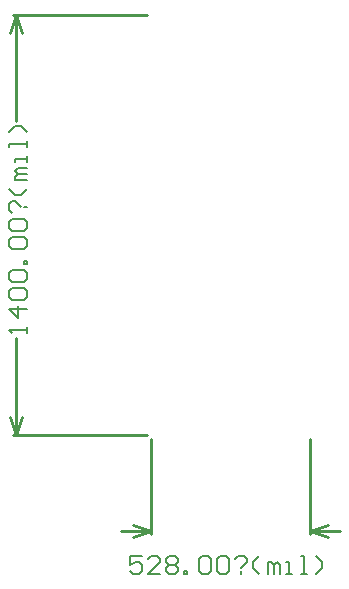
<source format=gm1>
%FSAX24Y24*%
%MOIN*%
G70*
G01*
G75*
%ADD10R,0.0177X0.0114*%
%ADD11R,0.0114X0.0177*%
%ADD12R,0.0315X0.0114*%
%ADD13R,0.0126X0.0354*%
%ADD14O,0.0116X0.0354*%
%ADD15O,0.0354X0.0116*%
%ADD16R,0.0433X0.0551*%
%ADD17R,0.0866X0.0787*%
%ADD18R,0.0551X0.0433*%
%ADD19C,0.0100*%
%ADD20C,0.0080*%
%ADD21C,0.0591*%
%ADD22R,0.0591X0.0591*%
%ADD23C,0.0350*%
%ADD24C,0.0060*%
D19*
X025780Y027200D02*
Y030350D01*
X020500Y027200D02*
Y030350D01*
X019500Y027300D02*
X020500D01*
X025780D02*
X026780D01*
X019900Y027500D02*
X020500Y027300D01*
X019900Y027100D02*
X020500Y027300D01*
X025780D02*
X026380Y027100D01*
X025780Y027300D02*
X026380Y027500D01*
X015900Y044500D02*
X020350D01*
X015900Y030500D02*
X020350D01*
X016000Y040949D02*
Y044500D01*
Y030500D02*
Y033731D01*
X015800Y043900D02*
X016000Y044500D01*
X016200Y043900D01*
X016000Y030500D02*
X016200Y031100D01*
X015800D02*
X016000Y030500D01*
D24*
X020181Y026460D02*
X019781D01*
Y026160D01*
X019981Y026260D01*
X020081D01*
X020181Y026160D01*
Y025960D01*
X020081Y025860D01*
X019881D01*
X019781Y025960D01*
X020781Y025860D02*
X020381D01*
X020781Y026260D01*
Y026360D01*
X020681Y026460D01*
X020481D01*
X020381Y026360D01*
X020981D02*
X021081Y026460D01*
X021281D01*
X021381Y026360D01*
Y026260D01*
X021281Y026160D01*
X021381Y026060D01*
Y025960D01*
X021281Y025860D01*
X021081D01*
X020981Y025960D01*
Y026060D01*
X021081Y026160D01*
X020981Y026260D01*
Y026360D01*
X021081Y026160D02*
X021281D01*
X021580Y025860D02*
Y025960D01*
X021680D01*
Y025860D01*
X021580D01*
X022080Y026360D02*
X022180Y026460D01*
X022380D01*
X022480Y026360D01*
Y025960D01*
X022380Y025860D01*
X022180D01*
X022080Y025960D01*
Y026360D01*
X022680D02*
X022780Y026460D01*
X022980D01*
X023080Y026360D01*
Y025960D01*
X022980Y025860D01*
X022780D01*
X022680Y025960D01*
Y026360D01*
X023280D02*
X023380Y026460D01*
X023580D01*
X023680Y026360D01*
Y026260D01*
X023480Y026060D01*
Y025960D02*
Y025860D01*
X024080D02*
X023880Y026060D01*
Y026260D01*
X024080Y026460D01*
X024380Y025860D02*
Y026260D01*
X024480D01*
X024579Y026160D01*
Y025860D01*
Y026160D01*
X024679Y026260D01*
X024779Y026160D01*
Y025860D01*
X024979D02*
X025179D01*
X025079D01*
Y026260D01*
X024979D01*
X025479Y025860D02*
X025679D01*
X025579D01*
Y026460D01*
X025479D01*
X025979Y025860D02*
X026179Y026060D01*
Y026260D01*
X025979Y026460D01*
X016360Y033891D02*
Y034091D01*
Y033991D01*
X015760D01*
X015860Y033891D01*
X016360Y034691D02*
X015760D01*
X016060Y034391D01*
Y034791D01*
X015860Y034991D02*
X015760Y035091D01*
Y035291D01*
X015860Y035391D01*
X016260D01*
X016360Y035291D01*
Y035091D01*
X016260Y034991D01*
X015860D01*
Y035591D02*
X015760Y035691D01*
Y035890D01*
X015860Y035990D01*
X016260D01*
X016360Y035890D01*
Y035691D01*
X016260Y035591D01*
X015860D01*
X016360Y036190D02*
X016260D01*
Y036290D01*
X016360D01*
Y036190D01*
X015860Y036690D02*
X015760Y036790D01*
Y036990D01*
X015860Y037090D01*
X016260D01*
X016360Y036990D01*
Y036790D01*
X016260Y036690D01*
X015860D01*
Y037290D02*
X015760Y037390D01*
Y037590D01*
X015860Y037690D01*
X016260D01*
X016360Y037590D01*
Y037390D01*
X016260Y037290D01*
X015860D01*
Y037890D02*
X015760Y037990D01*
Y038190D01*
X015860Y038290D01*
X015960D01*
X016160Y038090D01*
X016260D02*
X016360D01*
Y038690D02*
X016160Y038490D01*
X015960D01*
X015760Y038690D01*
X016360Y038989D02*
X015960D01*
Y039089D01*
X016060Y039189D01*
X016360D01*
X016060D01*
X015960Y039289D01*
X016060Y039389D01*
X016360D01*
Y039589D02*
Y039789D01*
Y039689D01*
X015960D01*
Y039589D01*
X016360Y040089D02*
Y040289D01*
Y040189D01*
X015760D01*
Y040089D01*
X016360Y040589D02*
X016160Y040789D01*
X015960D01*
X015760Y040589D01*
M02*

</source>
